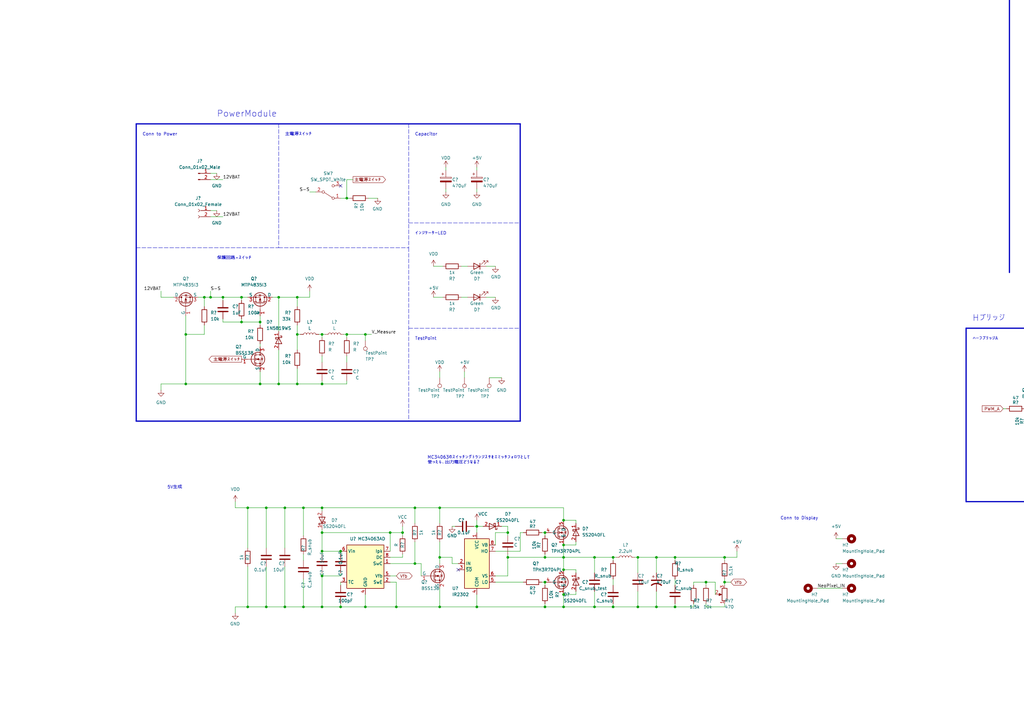
<source format=kicad_sch>
(kicad_sch (version 20211123) (generator eeschema)
  (paper "A3")
  (junction (at 109.22 208.28))
  (junction (at 132.08 218.44))
  (junction (at 121.92 121.92))
  (junction (at 297.18 228.6))
  (junction (at 297.18 238.76))
  (junction (at 231.14 233.68))
  (junction (at 500.38 182.88))
  (junction (at 106.68 157.48))
  (junction (at 208.28 218.44))
  (junction (at 109.22 248.92))
  (junction (at 223.52 228.6))
  (junction (at 83.82 121.92))
  (junction (at 231.14 213.36))
  (junction (at 195.58 215.9))
  (junction (at 114.3 121.92))
  (junction (at 510.54 152.4))
  (junction (at 142.24 137.16))
  (junction (at 195.58 248.92))
  (junction (at 162.56 248.92))
  (junction (at 261.62 248.92))
  (junction (at 132.08 248.92))
  (junction (at 261.62 228.6))
  (junction (at 86.36 121.92))
  (junction (at 518.16 172.72))
  (junction (at 124.46 248.92))
  (junction (at 139.7 226.06))
  (junction (at 106.68 132.08))
  (junction (at 99.06 121.92))
  (junction (at 490.22 172.72))
  (junction (at 429.26 177.8))
  (junction (at 121.92 137.16))
  (junction (at 149.86 137.16))
  (junction (at 101.6 208.28))
  (junction (at 139.7 248.92))
  (junction (at 289.56 238.76))
  (junction (at 91.44 121.92))
  (junction (at 243.84 228.6))
  (junction (at 76.2 137.16))
  (junction (at 429.26 172.72))
  (junction (at 223.52 238.76))
  (junction (at 76.2 157.48))
  (junction (at 208.28 228.6))
  (junction (at 132.08 157.48))
  (junction (at 480.06 152.4))
  (junction (at 500.38 162.56))
  (junction (at 170.18 231.14))
  (junction (at 223.52 248.92))
  (junction (at 160.02 218.44))
  (junction (at 429.26 162.56))
  (junction (at 276.86 248.92))
  (junction (at 444.5 154.94))
  (junction (at 116.84 248.92))
  (junction (at 116.84 208.28))
  (junction (at 251.46 228.6))
  (junction (at 142.24 81.28))
  (junction (at 170.18 208.28))
  (junction (at 132.08 226.06))
  (junction (at 165.1 218.44))
  (junction (at 180.34 248.92))
  (junction (at 269.24 228.6))
  (junction (at 243.84 248.92))
  (junction (at 114.3 157.48))
  (junction (at 149.86 248.92))
  (junction (at 269.24 248.92))
  (junction (at 251.46 248.92))
  (junction (at 180.34 228.6))
  (junction (at 231.14 228.6))
  (junction (at 490.22 160.02))
  (junction (at 500.38 172.72))
  (junction (at 231.14 243.84))
  (junction (at 276.86 228.6))
  (junction (at 180.34 208.28))
  (junction (at 132.08 137.16))
  (junction (at 510.54 172.72))
  (junction (at 231.14 248.92))
  (junction (at 99.06 132.08))
  (junction (at 121.92 157.48))
  (junction (at 459.74 167.64))
  (junction (at 124.46 208.28))
  (junction (at 231.14 223.52))
  (junction (at 510.54 193.04))
  (junction (at 223.52 218.44))
  (junction (at 421.64 167.64))
  (junction (at 132.08 236.22))
  (junction (at 132.08 208.28))
  (junction (at 101.6 248.92))
  (no_connect (at 187.96 233.68))
  (no_connect (at 139.7 76.2))
  (wire (pts (xy 189.23 121.92) (xy 191.77 121.92)))
  (wire (pts (xy 160.02 228.6) (xy 165.1 228.6)))
  (wire (pts (xy 518.16 158.75) (xy 518.16 152.4)))
  (wire (pts (xy 106.68 129.54) (xy 106.68 132.08)))
  (wire (pts (xy 203.2 218.44) (xy 203.2 223.52)))
  (wire (pts (xy 99.06 121.92) (xy 101.6 121.92)))
  (wire (pts (xy 236.22 214.63) (xy 236.22 213.36)))
  (wire (pts (xy 421.64 176.53) (xy 421.64 177.8)))
  (polyline (pts (xy 213.36 172.72) (xy 55.88 172.72)) (stroke (width 0.5) (type solid)))
  (wire (pts (xy 195.58 213.36) (xy 195.58 215.9)))
  (wire (pts (xy 251.46 237.49) (xy 251.46 240.03)))
  (wire (pts (xy 132.08 236.22) (xy 139.7 236.22)))
  (polyline (pts (xy 55.88 101.6) (xy 114.3 101.6)))
  (wire (pts (xy 76.2 157.48) (xy 106.68 157.48)))
  (wire (pts (xy 231.14 243.84) (xy 231.14 248.92)))
  (wire (pts (xy 459.74 167.64) (xy 472.44 167.64)))
  (polyline (pts (xy 414.02 -10.16) (xy 414.02 111.76)) (stroke (width 0.5) (type solid)))
  (wire (pts (xy 236.22 243.84) (xy 231.14 243.84)))
  (wire (pts (xy 276.86 228.6) (xy 297.18 228.6)))
  (wire (pts (xy 182.88 68.58) (xy 182.88 69.85)))
  (wire (pts (xy 251.46 248.92) (xy 261.62 248.92)))
  (wire (pts (xy 142.24 137.16) (xy 149.86 137.16)))
  (wire (pts (xy 231.14 223.52) (xy 231.14 228.6)))
  (wire (pts (xy 510.54 172.72) (xy 500.38 172.72)))
  (wire (pts (xy 480.06 152.4) (xy 481.33 152.4)))
  (wire (pts (xy 66.04 157.48) (xy 66.04 160.02)))
  (wire (pts (xy 132.08 226.06) (xy 132.08 227.33)))
  (wire (pts (xy 162.56 248.92) (xy 149.86 248.92)))
  (wire (pts (xy 269.24 248.92) (xy 269.24 242.57)))
  (wire (pts (xy 429.26 152.4) (xy 429.26 153.67)))
  (wire (pts (xy 487.68 175.26) (xy 490.22 175.26)))
  (wire (pts (xy 518.16 193.04) (xy 510.54 193.04)))
  (wire (pts (xy 459.74 167.64) (xy 459.74 168.91)))
  (wire (pts (xy 205.74 215.9) (xy 208.28 215.9)))
  (wire (pts (xy 189.23 109.22) (xy 191.77 109.22)))
  (wire (pts (xy 165.1 215.9) (xy 165.1 218.44)))
  (wire (pts (xy 276.86 229.87) (xy 276.86 228.6)))
  (wire (pts (xy 127 119.38) (xy 127 121.92)))
  (wire (pts (xy 160.02 236.22) (xy 162.56 236.22)))
  (wire (pts (xy 284.48 247.65) (xy 284.48 248.92)))
  (wire (pts (xy 177.8 109.22) (xy 181.61 109.22)))
  (wire (pts (xy 83.82 121.92) (xy 86.36 121.92)))
  (wire (pts (xy 142.24 157.48) (xy 132.08 157.48)))
  (wire (pts (xy 91.44 132.08) (xy 99.06 132.08)))
  (wire (pts (xy 411.48 167.64) (xy 412.75 167.64)))
  (wire (pts (xy 260.35 228.6) (xy 261.62 228.6)))
  (wire (pts (xy 101.6 208.28) (xy 109.22 208.28)))
  (wire (pts (xy 480.06 180.34) (xy 480.06 182.88)))
  (wire (pts (xy 132.08 146.05) (xy 132.08 148.59)))
  (wire (pts (xy 101.6 232.41) (xy 101.6 248.92)))
  (wire (pts (xy 177.8 121.92) (xy 181.61 121.92)))
  (wire (pts (xy 140.97 137.16) (xy 142.24 137.16)))
  (wire (pts (xy 195.58 68.58) (xy 195.58 69.85)))
  (wire (pts (xy 518.16 186.69) (xy 518.16 193.04)))
  (wire (pts (xy 182.88 77.47) (xy 182.88 78.74)))
  (wire (pts (xy 132.08 156.21) (xy 132.08 157.48)))
  (wire (pts (xy 243.84 234.95) (xy 243.84 228.6)))
  (wire (pts (xy 180.34 208.28) (xy 231.14 208.28)))
  (wire (pts (xy 130.81 137.16) (xy 132.08 137.16)))
  (wire (pts (xy 195.58 215.9) (xy 195.58 218.44)))
  (wire (pts (xy 445.77 154.94) (xy 444.5 154.94)))
  (wire (pts (xy 342.9 220.98) (xy 345.44 220.98)))
  (wire (pts (xy 490.22 172.72) (xy 487.68 172.72)))
  (wire (pts (xy 96.52 205.74) (xy 96.52 208.28)))
  (wire (pts (xy 121.92 137.16) (xy 121.92 143.51)))
  (wire (pts (xy 195.58 243.84) (xy 195.58 248.92)))
  (wire (pts (xy 490.22 152.4) (xy 490.22 160.02)))
  (wire (pts (xy 160.02 218.44) (xy 165.1 218.44)))
  (wire (pts (xy 276.86 247.65) (xy 276.86 248.92)))
  (wire (pts (xy 109.22 232.41) (xy 109.22 248.92)))
  (wire (pts (xy 444.5 177.8) (xy 444.5 180.34)))
  (wire (pts (xy 429.26 162.56) (xy 434.34 162.56)))
  (polyline (pts (xy 396.24 205.74) (xy 538.48 205.74)) (stroke (width 0.5) (type solid)))
  (wire (pts (xy 429.26 180.34) (xy 429.26 177.8)))
  (wire (pts (xy 500.38 171.45) (xy 500.38 172.72)))
  (polyline (pts (xy 396.24 134.62) (xy 538.48 134.62)) (stroke (width 0.5) (type solid)))
  (wire (pts (xy 480.06 149.86) (xy 480.06 152.4)))
  (polyline (pts (xy 213.36 172.72) (xy 213.36 50.8)) (stroke (width 0.5) (type solid)))
  (wire (pts (xy 142.24 156.21) (xy 142.24 157.48)))
  (wire (pts (xy 142.24 146.05) (xy 142.24 148.59)))
  (wire (pts (xy 269.24 228.6) (xy 269.24 234.95)))
  (wire (pts (xy 91.44 130.81) (xy 91.44 132.08)))
  (wire (pts (xy 132.08 226.06) (xy 139.7 226.06)))
  (wire (pts (xy 289.56 248.92) (xy 289.56 247.65)))
  (wire (pts (xy 500.38 182.88) (xy 500.38 184.15)))
  (wire (pts (xy 116.84 208.28) (xy 116.84 224.79)))
  (wire (pts (xy 86.36 88.9) (xy 91.44 88.9)))
  (wire (pts (xy 453.39 154.94) (xy 454.66 154.94)))
  (wire (pts (xy 208.28 218.44) (xy 208.28 219.71)))
  (wire (pts (xy 172.72 231.14) (xy 170.18 231.14)))
  (wire (pts (xy 114.3 143.51) (xy 114.3 157.48)))
  (wire (pts (xy 231.14 228.6) (xy 243.84 228.6)))
  (wire (pts (xy 86.36 71.12) (xy 88.9 71.12)))
  (wire (pts (xy 151.13 81.28) (xy 154.94 81.28)))
  (wire (pts (xy 186.69 215.9) (xy 185.42 215.9)))
  (wire (pts (xy 208.28 236.22) (xy 203.2 236.22)))
  (wire (pts (xy 289.56 238.76) (xy 289.56 240.03)))
  (wire (pts (xy 199.39 121.92) (xy 203.2 121.92)))
  (wire (pts (xy 208.28 227.33) (xy 208.28 228.6)))
  (wire (pts (xy 297.18 228.6) (xy 302.26 228.6)))
  (wire (pts (xy 500.38 182.88) (xy 502.92 182.88)))
  (wire (pts (xy 194.31 215.9) (xy 195.58 215.9)))
  (wire (pts (xy 510.54 152.4) (xy 510.54 157.48)))
  (wire (pts (xy 91.44 121.92) (xy 91.44 123.19)))
  (wire (pts (xy 109.22 248.92) (xy 116.84 248.92)))
  (wire (pts (xy 132.08 236.22) (xy 132.08 234.95)))
  (wire (pts (xy 185.42 228.6) (xy 180.34 228.6)))
  (wire (pts (xy 165.1 228.6) (xy 165.1 227.33)))
  (wire (pts (xy 139.7 248.92) (xy 149.86 248.92)))
  (wire (pts (xy 251.46 229.87) (xy 251.46 228.6)))
  (wire (pts (xy 297.18 238.76) (xy 299.72 238.76)))
  (wire (pts (xy 269.24 248.92) (xy 276.86 248.92)))
  (wire (pts (xy 490.22 175.26) (xy 490.22 182.88)))
  (polyline (pts (xy 55.88 172.72) (xy 55.88 50.8)) (stroke (width 0.5) (type solid)))
  (wire (pts (xy 499.11 162.56) (xy 500.38 162.56)))
  (wire (pts (xy 160.02 226.06) (xy 160.02 218.44)))
  (wire (pts (xy 142.24 81.28) (xy 143.51 81.28)))
  (wire (pts (xy 195.58 215.9) (xy 198.12 215.9)))
  (polyline (pts (xy 114.3 101.6) (xy 167.64 101.6)))
  (wire (pts (xy 91.44 121.92) (xy 99.06 121.92)))
  (wire (pts (xy 500.38 172.72) (xy 490.22 172.72)))
  (wire (pts (xy 490.22 160.02) (xy 487.68 160.02)))
  (wire (pts (xy 121.92 137.16) (xy 123.19 137.16)))
  (wire (pts (xy 459.74 176.53) (xy 459.74 177.8)))
  (wire (pts (xy 284.48 238.76) (xy 284.48 240.03)))
  (wire (pts (xy 124.46 227.33) (xy 124.46 229.87)))
  (wire (pts (xy 251.46 247.65) (xy 251.46 248.92)))
  (wire (pts (xy 139.7 81.28) (xy 142.24 81.28)))
  (wire (pts (xy 116.84 232.41) (xy 116.84 248.92)))
  (wire (pts (xy 421.64 167.64) (xy 421.64 168.91)))
  (wire (pts (xy 180.34 228.6) (xy 180.34 231.14)))
  (wire (pts (xy 106.68 132.08) (xy 106.68 133.35)))
  (wire (pts (xy 469.9 152.4) (xy 480.06 152.4)))
  (wire (pts (xy 132.08 248.92) (xy 139.7 248.92)))
  (polyline (pts (xy 167.64 91.44) (xy 213.36 91.44)))
  (wire (pts (xy 269.24 228.6) (xy 276.86 228.6)))
  (wire (pts (xy 114.3 157.48) (xy 121.92 157.48)))
  (wire (pts (xy 116.84 248.92) (xy 124.46 248.92)))
  (wire (pts (xy 236.22 233.68) (xy 231.14 233.68)))
  (wire (pts (xy 180.34 214.63) (xy 180.34 208.28)))
  (wire (pts (xy 500.38 193.04) (xy 510.54 193.04)))
  (wire (pts (xy 149.86 137.16) (xy 152.4 137.16)))
  (wire (pts (xy 121.92 121.92) (xy 121.92 125.73)))
  (wire (pts (xy 289.56 248.92) (xy 297.18 248.92)))
  (wire (pts (xy 518.16 172.72) (xy 510.54 172.72)))
  (wire (pts (xy 251.46 228.6) (xy 252.73 228.6)))
  (wire (pts (xy 510.54 193.04) (xy 510.54 195.58)))
  (wire (pts (xy 223.52 248.92) (xy 231.14 248.92)))
  (wire (pts (xy 132.08 218.44) (xy 132.08 226.06)))
  (wire (pts (xy 111.76 121.92) (xy 114.3 121.92)))
  (wire (pts (xy 208.28 218.44) (xy 203.2 218.44)))
  (wire (pts (xy 500.38 191.77) (xy 500.38 193.04)))
  (wire (pts (xy 261.62 248.92) (xy 269.24 248.92)))
  (wire (pts (xy 106.68 140.97) (xy 106.68 142.24)))
  (wire (pts (xy 302.26 226.06) (xy 302.26 228.6)))
  (wire (pts (xy 480.06 152.4) (xy 480.06 154.94)))
  (wire (pts (xy 106.68 157.48) (xy 114.3 157.48)))
  (wire (pts (xy 243.84 248.92) (xy 251.46 248.92)))
  (wire (pts (xy 499.11 182.88) (xy 500.38 182.88)))
  (wire (pts (xy 124.46 208.28) (xy 132.08 208.28)))
  (wire (pts (xy 208.28 215.9) (xy 208.28 218.44)))
  (wire (pts (xy 231.14 228.6) (xy 231.14 233.68)))
  (wire (pts (xy 121.92 133.35) (xy 121.92 137.16)))
  (wire (pts (xy 293.37 238.76) (xy 293.37 243.84)))
  (wire (pts (xy 132.08 236.22) (xy 132.08 248.92)))
  (wire (pts (xy 96.52 248.92) (xy 96.52 251.46)))
  (wire (pts (xy 236.22 242.57) (xy 236.22 243.84)))
  (wire (pts (xy 510.54 149.86) (xy 510.54 152.4)))
  (wire (pts (xy 83.82 137.16) (xy 76.2 137.16)))
  (wire (pts (xy 180.34 222.25) (xy 180.34 228.6)))
  (wire (pts (xy 297.18 237.49) (xy 297.18 238.76)))
  (wire (pts (xy 132.08 208.28) (xy 170.18 208.28)))
  (wire (pts (xy 208.28 228.6) (xy 223.52 228.6)))
  (wire (pts (xy 454.66 167.64) (xy 459.74 167.64)))
  (wire (pts (xy 223.52 218.44) (xy 223.52 219.71)))
  (wire (pts (xy 86.36 119.38) (xy 86.36 121.92)))
  (wire (pts (xy 81.28 121.92) (xy 83.82 121.92)))
  (wire (pts (xy 200.66 154.94) (xy 205.74 154.94)))
  (wire (pts (xy 518.16 152.4) (xy 510.54 152.4)))
  (wire (pts (xy 127 121.92) (xy 121.92 121.92)))
  (wire (pts (xy 106.68 152.4) (xy 106.68 157.48)))
  (wire (pts (xy 208.28 236.22) (xy 208.28 228.6)))
  (wire (pts (xy 243.84 242.57) (xy 243.84 248.92)))
  (wire (pts (xy 76.2 129.54) (xy 76.2 137.16)))
  (wire (pts (xy 236.22 223.52) (xy 231.14 223.52)))
  (wire (pts (xy 139.7 247.65) (xy 139.7 248.92)))
  (wire (pts (xy 444.5 154.94) (xy 444.5 152.4)))
  (polyline (pts (xy 167.64 101.6) (xy 167.64 172.72)))
  (wire (pts (xy 144.78 73.66) (xy 142.24 73.66)))
  (wire (pts (xy 518.16 172.72) (xy 518.16 179.07)))
  (wire (pts (xy 142.24 73.66) (xy 142.24 81.28)))
  (wire (pts (xy 429.26 172.72) (xy 434.34 172.72)))
  (wire (pts (xy 170.18 222.25) (xy 170.18 231.14)))
  (wire (pts (xy 289.56 238.76) (xy 293.37 238.76)))
  (wire (pts (xy 195.58 77.47) (xy 195.58 78.74)))
  (wire (pts (xy 261.62 228.6) (xy 261.62 234.95)))
  (wire (pts (xy 335.28 241.3) (xy 345.44 241.3)))
  (wire (pts (xy 297.18 238.76) (xy 297.18 240.03)))
  (wire (pts (xy 190.5 152.4) (xy 190.5 154.94)))
  (wire (pts (xy 214.63 218.44) (xy 213.36 218.44)))
  (wire (pts (xy 223.52 227.33) (xy 223.52 228.6)))
  (polyline (pts (xy 55.88 50.8) (xy 213.36 50.8)) (stroke (width 0.5) (type solid)))
  (wire (pts (xy 236.22 222.25) (xy 236.22 223.52)))
  (wire (pts (xy 124.46 237.49) (xy 124.46 248.92)))
  (wire (pts (xy 297.18 247.65) (xy 297.18 248.92)))
  (wire (pts (xy 170.18 208.28) (xy 180.34 208.28)))
  (wire (pts (xy 487.68 162.56) (xy 491.49 162.56)))
  (wire (pts (xy 170.18 214.63) (xy 170.18 208.28)))
  (wire (pts (xy 518.16 166.37) (xy 518.16 172.72)))
  (wire (pts (xy 160.02 231.14) (xy 170.18 231.14)))
  (wire (pts (xy 469.9 161.29) (xy 469.9 162.56)))
  (wire (pts (xy 114.3 121.92) (xy 121.92 121.92)))
  (wire (pts (xy 185.42 231.14) (xy 185.42 228.6)))
  (wire (pts (xy 99.06 130.81) (xy 99.06 132.08)))
  (wire (pts (xy 86.36 86.36) (xy 88.9 86.36)))
  (wire (pts (xy 223.52 247.65) (xy 223.52 248.92)))
  (wire (pts (xy 149.86 243.84) (xy 149.86 248.92)))
  (wire (pts (xy 199.39 109.22) (xy 203.2 109.22)))
  (wire (pts (xy 261.62 242.57) (xy 261.62 248.92)))
  (wire (pts (xy 429.26 161.29) (xy 429.26 162.56)))
  (wire (pts (xy 276.86 248.92) (xy 284.48 248.92)))
  (wire (pts (xy 86.36 73.66) (xy 91.44 73.66)))
  (wire (pts (xy 96.52 208.28) (xy 101.6 208.28)))
  (wire (pts (xy 165.1 219.71) (xy 165.1 218.44)))
  (wire (pts (xy 180.34 248.92) (xy 162.56 248.92)))
  (wire (pts (xy 223.52 238.76) (xy 223.52 240.03)))
  (wire (pts (xy 132.08 217.17) (xy 132.08 218.44)))
  (polyline (pts (xy 114.3 50.8) (xy 114.3 101.6)))
  (wire (pts (xy 231.14 208.28) (xy 231.14 213.36)))
  (wire (pts (xy 99.06 132.08) (xy 106.68 132.08)))
  (wire (pts (xy 109.22 208.28) (xy 109.22 224.79)))
  (wire (pts (xy 124.46 248.92) (xy 132.08 248.92)))
  (wire (pts (xy 76.2 157.48) (xy 66.04 157.48)))
  (wire (pts (xy 195.58 248.92) (xy 180.34 248.92)))
  (wire (pts (xy 261.62 228.6) (xy 269.24 228.6)))
  (wire (pts (xy 195.58 248.92) (xy 223.52 248.92)))
  (wire (pts (xy 96.52 248.92) (xy 101.6 248.92)))
  (wire (pts (xy 149.86 139.7) (xy 149.86 137.16)))
  (wire (pts (xy 180.34 152.4) (xy 180.34 154.94)))
  (wire (pts (xy 66.04 121.92) (xy 71.12 121.92)))
  (wire (pts (xy 490.22 171.45) (xy 490.22 172.72)))
  (wire (pts (xy 469.9 153.67) (xy 469.9 152.4)))
  (wire (pts (xy 132.08 218.44) (xy 160.02 218.44)))
  (wire (pts (xy 223.52 238.76) (xy 222.25 238.76)))
  (wire (pts (xy 490.22 160.02) (xy 490.22 163.83)))
  (wire (pts (xy 420.37 167.64) (xy 421.64 167.64)))
  (wire (pts (xy 83.82 121.92) (xy 83.82 125.73)))
  (wire (pts (xy 231.14 248.92) (xy 243.84 248.92)))
  (wire (pts (xy 139.7 238.76) (xy 139.7 240.03)))
  (polyline (pts (xy 396.24 134.62) (xy 396.24 205.74)) (stroke (width 0.5) (type solid)))
  (wire (pts (xy 86.36 121.92) (xy 91.44 121.92)))
  (wire (pts (xy 510.54 172.72) (xy 510.54 177.8)))
  (wire (pts (xy 213.36 226.06) (xy 203.2 226.06)))
  (wire (pts (xy 236.22 213.36) (xy 231.14 213.36)))
  (wire (pts (xy 66.04 119.38) (xy 66.04 121.92)))
  (wire (pts (xy 518.16 172.72) (xy 523.24 172.72)))
  (wire (pts (xy 139.7 234.95) (xy 139.7 236.22)))
  (wire (pts (xy 490.22 182.88) (xy 491.49 182.88)))
  (wire (pts (xy 114.3 121.92) (xy 114.3 135.89)))
  (wire (pts (xy 127 78.74) (xy 129.54 78.74)))
  (polyline (pts (xy 167.64 134.62) (xy 213.36 134.62)))
  (wire (pts (xy 213.36 218.44) (xy 213.36 226.06)))
  (wire (pts (xy 132.08 137.16) (xy 132.08 138.43)))
  (wire (pts (xy 421.64 177.8) (xy 429.26 177.8)))
  (wire (pts (xy 297.18 229.87) (xy 297.18 228.6)))
  (wire (pts (xy 121.92 151.13) (xy 121.92 157.48)))
  (wire (pts (xy 500.38 162.56) (xy 502.92 162.56)))
  (wire (pts (xy 142.24 137.16) (xy 142.24 138.43)))
  (polyline (pts (xy 167.64 50.8) (xy 167.64 101.6)))
  (wire (pts (xy 160.02 238.76) (xy 162.56 238.76)))
  (wire (pts (xy 243.84 228.6) (xy 251.46 228.6)))
  (wire (pts (xy 124.46 208.28) (xy 124.46 219.71)))
  (wire (pts (xy 429.26 172.72) (xy 429.26 177.8)))
  (wire (pts (xy 162.56 238.76) (xy 162.56 248.92)))
  (wire (pts (xy 99.06 121.92) (xy 99.06 123.19)))
  (wire (pts (xy 510.54 167.64) (xy 510.54 172.72)))
  (wire (pts (xy 222.25 218.44) (xy 223.52 218.44)))
  (wire (pts (xy 83.82 133.35) (xy 83.82 137.16)))
  (wire (pts (xy 500.38 162.56) (xy 500.38 163.83)))
  (wire (pts (xy 116.84 208.28) (xy 124.46 208.28)))
  (wire (pts (xy 203.2 238.76) (xy 214.63 238.76)))
  (wire (pts (xy 76.2 137.16) (xy 76.2 157.48)))
  (wire (pts (xy 132.08 208.28) (xy 132.08 209.55)))
  (wire (pts (xy 180.34 241.3) (xy 180.34 248.92)))
  (wire (pts (xy 109.22 208.28) (xy 116.84 208.28)))
  (wire (pts (xy 342.9 231.14) (xy 345.44 231.14)))
  (wire (pts (xy 231.14 228.6) (xy 223.52 228.6)))
  (wire (pts (xy 139.7 227.33) (xy 139.7 226.06)))
  (wire (pts (xy 172.72 231.14) (xy 172.72 236.22)))
  (wire (pts (xy 469.9 170.18) (xy 472.44 170.18)))
  (wire (pts (xy 187.96 231.14) (xy 185.42 231.14)))
  (wire (pts (xy 488.95 152.4) (xy 490.22 152.4)))
  (wire (pts (xy 236.22 234.95) (xy 236.22 233.68)))
  (wire (pts (xy 444.5 154.94) (xy 444.5 157.48)))
  (wire (pts (xy 132.08 137.16) (xy 133.35 137.16)))
  (wire (pts (xy 101.6 248.92) (xy 109.22 248.92)))
  (wire (pts (xy 132.08 157.48) (xy 121.92 157.48)))
  (wire (pts (xy 510.54 187.96) (xy 510.54 193.04)))
  (wire (pts (xy 284.48 238.76) (xy 289.56 238.76)))
  (wire (pts (xy 276.86 237.49) (xy 276.86 240.03)))
  (wire (pts (xy 101.6 208.28) (xy 101.6 224.79)))
  (text "TestPoint" (at 170.18 139.7 0) (effects (font (size 1.27 1.27)) (justify left bottom)))
  (text "MC34063のスイッチングトランジスタをエミッタフォロワとして\n使ったら、出力電圧どうなる？" (at 175.26 190.5 0) (effects (font (size 1.27 1.27)) (justify left bottom)))
  (text "Capacitor" (at 170.18 55.88 0) (effects (font (size 1.27 1.27)) (justify left bottom)))
  (text "Conn to Power" (at 58.42 55.88 0) (effects (font (size 1.27 1.27)) (justify left bottom)))
  (text "5V生成" (at 68.58 200.66 0) (effects (font (size 1.27 1.27)) (justify left bottom)))
  (text "Conn to Display" (at 320.04 213.36 0) (effects (font (size 1.27 1.27)) (justify left bottom)))
  (text "PowerModule" (at 88.9 48.26 0) (effects (font (size 2.54 2.54)) (justify left bottom)))
  (text "主電源スイッチ" (at 116.84 55.88 0) (effects (font (size 1.27 1.27)) (justify left bottom)))
  (text "ハーフブリッジA" (at 398.78 139.7 0) (effects (font (size 1.27 1.27)) (justify left bottom)))
  (text "インジケーターLED" (at 170.18 96.52 0) (effects (font (size 1.27 1.27)) (justify left bottom)))
  (text "保護回路・スイッチ" (at 88.9 106.68 0) (effects (font (size 1.27 1.27)) (justify left bottom)))
  (text "Hブリッジ" (at 398.78 132.08 0) (effects (font (size 2.54 2.54)) (justify left bottom)))
  (label "S-S" (at 127 78.74 180))
  (label "NeoPixel_IN" (at 335.28 241.3 0))
  (label "V_Measure" (at 152.4 137.16 0))
  (label "12VBAT" (at 91.44 88.9 0))
  (label "12VBAT" (at 91.44 73.66 0))
  (label "12VBAT" (at 66.04 119.38 180))
  (label "S-S" (at 86.36 119.38 0))
  (global_label "Vfb" (shape bidirectional) (at 162.56 236.22 0) (property "Intersheet References" "${INTERSHEET_REFS}" (effects hide)))
  (global_label "PWM_A" (shape input) (at 411.48 167.64 180) (property "Intersheet References" "${INTERSHEET_REFS}" (effects hide)))
  (global_label "Vfb" (shape bidirectional) (at 299.72 238.76 0) (property "Intersheet References" "${INTERSHEET_REFS}" (effects hide)))
  (global_label "SHDN" (shape input) (at 469.9 170.18 180) (property "Intersheet References" "${INTERSHEET_REFS}" (effects hide)))
  (global_label "Motor_A" (shape input) (at 523.24 172.72 0) (property "Intersheet References" "${INTERSHEET_REFS}" (effects hide)))
  (global_label "主電源スイッチ" (shape output) (at 99.06 147.32 180) (property "Intersheet References" "${INTERSHEET_REFS}" (effects hide)))
  (global_label "主電源スイッチ" (shape output) (at 144.78 73.66 0) (property "Intersheet References" "${INTERSHEET_REFS}" (effects hide)))
  (symbol (lib_id "power:VDD") (at 182.88 68.58 0) (unit 1)
    (property "Reference" "#PWR?" (effects hide))
    (property "Value" "VDD" (at 182.88 64.77 0))
  )
  (symbol (lib_id "Transistor_FET:FDMS8050") (at 508 182.88 0) (unit 1)
    (property "Reference" "Q?" (at 497.84 177.8 0) (effects (justify left)))
    (property "Value" "TPH3R704PL" (at 497.84 180.34 0) (effects (justify left)))
    (property "Footprint" "SOP-Advance-8:SOP-Advance" (effects hide))
    (property "Datasheet" "https://www.onsemi.com/pub/Collateral/FDMS8050-D.pdf" (effects hide))
  )
  (symbol (lib_id "Device:R") (at 500.38 187.96 180) (unit 1)
    (property "Reference" "R?" (at 505.46 187.96 90))
    (property "Value" "10k" (at 502.92 187.96 90))
    (property "Footprint" "Resistor_SMD:R_0402_1005Metric" (effects hide))
  )
  (symbol (lib_id "power:GND") (at 185.42 215.9 0) (unit 1)
    (property "Reference" "#PWR?" (effects hide))
    (property "Value" "GND" (at 185.42 219.71 0))
  )
  (symbol (lib_id "Device:L") (at 137.16 137.16 270) (mirror x) (unit 1)
    (property "Reference" "L?" (at 137.16 132.08 90))
    (property "Value" "L" (at 137.16 134.62 90))
  )
  (symbol (lib_id "power:GND") (at 88.9 86.36 0) (unit 1)
    (property "Reference" "#PWR?" (effects hide))
    (property "Value" "GND" (at 88.9 91.44 0))
  )
  (symbol (lib_id "Device:C") (at 490.22 167.64 0) (unit 1)
    (property "Reference" "C?" (at 492.76 165.1 0) (effects (justify left)))
    (property "Value" "C" (at 492.76 167.64 0) (effects (justify left)))
    (property "Footprint" "Capacitor_SMD:C_1210_3225Metric_Pad1.33x2.70mm_HandSolder" (effects hide))
  )
  (symbol (lib_id "power:GND") (at 203.2 109.22 0) (mirror y) (unit 1)
    (property "Reference" "#PWR?" (effects hide))
    (property "Value" "GND" (at 203.3905 113.5507 0))
  )
  (symbol (lib_id "power:VDD") (at 127 119.38 0) (unit 1)
    (property "Reference" "#PWR?" (effects hide))
    (property "Value" "VDD" (at 127 114.3 0))
  )
  (symbol (lib_id "Device:C") (at 251.46 243.84 0) (mirror x) (unit 1)
    (property "Reference" "C?" (at 248.92 243.84 0) (effects (justify right)))
    (property "Value" "C_snub" (at 251.46 246.38 0) (effects (justify right)))
    (property "Footprint" "Capacitor_SMD:C_0603_1608Metric" (effects hide))
  )
  (symbol (lib_id "power:Vdrive") (at 510.54 149.86 0) (unit 1)
    (property "Reference" "#PWR?" (effects hide))
    (property "Value" "Vdrive" (at 510.54 144.78 0))
  )
  (symbol (lib_name "D_Schottky_1") (lib_id "Device:D_Schottky") (at 114.3 139.7 270) (unit 1)
    (property "Reference" "D?" (at 109.22 132.08 90) (effects (justify left)))
    (property "Value" "1N5819WS" (at 109.22 134.62 90) (effects (justify left)))
    (property "Footprint" "Diode_SMD:D_SOD-323_HandSoldering" (effects hide))
  )
  (symbol (lib_id "Device:L") (at 127 137.16 270) (mirror x) (unit 1)
    (property "Reference" "L?" (at 127 132.08 90))
    (property "Value" "L" (at 127 134.62 90))
  )
  (symbol (lib_id "Device:D_Schottky") (at 236.22 218.44 270) (unit 1)
    (property "Reference" "D?" (at 238.76 216.8524 90) (effects (justify left)))
    (property "Value" "SS2040FL" (at 238.76 219.3924 90) (effects (justify left)))
    (property "Footprint" "Diode_SMD:D_SOD-123" (effects hide))
  )
  (symbol (lib_name "Q_NMOS_GSD_1") (lib_id "Device:Q_NMOS_GSD") (at 177.8 236.22 0) (unit 1)
    (property "Reference" "Q?" (at 172.72 238.76 0) (effects (justify left)))
    (property "Value" "BSS138" (at 172.72 241.3 0) (effects (justify left)))
    (property "Footprint" "Package_TO_SOT_SMD:SOT-23" (effects hide))
  )
  (symbol (lib_id "Switch:SW_SPDT") (at 134.62 78.74 0) (mirror x) (unit 1)
    (property "Reference" "SW?" (at 134.62 71.12 0))
    (property "Value" "SW_SPDT_White" (at 134.62 73.66 0))
    (property "Footprint" "Slide_Switch:SW_Slide_SPDT_White" (effects hide))
  )
  (symbol (lib_id "Device:R") (at 421.64 172.72 180) (unit 1)
    (property "Reference" "R?" (at 419.1 172.72 90))
    (property "Value" "10k" (at 417.195 172.72 90))
    (property "Footprint" "Resistor_SMD:R_0402_1005Metric" (effects hide))
  )
  (symbol (lib_id "Device:R") (at 284.48 243.84 180) (unit 1)
    (property "Reference" "R?" (at 287.02 246.38 0) (effects (justify left)))
    (property "Value" "1.5k" (at 287.02 248.92 0) (effects (justify left)))
    (property "Footprint" "Resistor_SMD:R_0603_1608Metric" (effects hide))
  )
  (symbol (lib_id "Device:R") (at 495.3 182.88 90) (unit 1)
    (property "Reference" "R?" (at 495.3 180.34 90))
    (property "Value" "47" (at 495.3 178.435 90))
    (property "Footprint" "Resistor_SMD:R_0603_1608Metric" (effects hide))
  )
  (symbol (lib_id "Isolator:TLP2761") (at 444.5 167.64 0) (unit 1)
    (property "Reference" "U?" (at 449.58 177.8 0))
    (property "Value" "TLP2361" (at 449.58 180.34 0))
    (property "Footprint" "Package_SO:SO-6_4.4x3.6mm_P1.27mm" (effects hide))
    (property "Datasheet" "https://toshiba.semicon-storage.com/info/docget.jsp?did=28819&prodName=TLP2761" (effects hide))
  )
  (symbol (lib_id "power:GND") (at 88.9 71.12 0) (unit 1)
    (property "Reference" "#PWR?" (effects hide))
    (property "Value" "GND" (at 88.9 76.2 0))
  )
  (symbol (lib_id "power:GND") (at 203.2 121.92 0) (mirror y) (unit 1)
    (property "Reference" "#PWR?" (effects hide))
    (property "Value" "GND" (at 203.3905 126.2507 0))
  )
  (symbol (lib_id "power:+3.3V") (at 429.26 152.4 0) (unit 1)
    (property "Reference" "#PWR?" (effects hide))
    (property "Value" "+3.3V" (at 431.8 147.32 0))
  )
  (symbol (lib_id "Device:R") (at 185.42 121.92 270) (mirror x) (unit 1)
    (property "Reference" "R?" (at 185.42 127 90))
    (property "Value" "1k" (at 185.42 124.46 90))
    (property "Footprint" "Resistor_SMD:R_0402_1005Metric" (effects hide))
  )
  (symbol (lib_id "power:VCC") (at 165.1 215.9 0) (unit 1)
    (property "Reference" "#PWR?" (effects hide))
    (property "Value" "VCC" (at 165.1 212.09 0))
  )
  (symbol (lib_id "Device:C") (at 142.24 152.4 0) (mirror x) (unit 1)
    (property "Reference" "C?" (at 147.32 152.4 0) (effects (justify right)))
    (property "Value" "C" (at 147.32 154.94 0) (effects (justify right)))
    (property "Footprint" "Capacitor_SMD:C_0603_1608Metric" (effects hide))
  )
  (symbol (lib_id "Device:D_Schottky") (at 132.08 213.36 90) (unit 1)
    (property "Reference" "D?" (at 137.16 213.36 90))
    (property "Value" "SS2040FL" (at 137.16 215.9 90))
    (property "Footprint" "Diode_SMD:D_SOD-123" (effects hide))
  )
  (symbol (lib_id "power:GND") (at 342.9 231.14 0) (unit 1)
    (property "Reference" "#PWR?" (effects hide))
    (property "Value" "GND" (at 342.9 236.22 0))
  )
  (symbol (lib_id "power:+5V") (at 190.5 152.4 0) (mirror y) (unit 1)
    (property "Reference" "#PWR?" (effects hide))
    (property "Value" "+5V" (at 190.5 148.59 0))
  )
  (symbol (lib_id "Mechanical:MountingHole_Pad") (at 347.98 220.98 270) (unit 1)
    (property "Reference" "H?" (at 345.44 223.52 90) (effects (justify left)))
    (property "Value" "MountingHole_Pad" (at 345.44 226.06 90) (effects (justify left)))
    (property "Footprint" "TestPoint:TestPoint_THTPad_D3.0mm_Drill1.5mm" (effects hide))
  )
  (symbol (lib_id "Device:R") (at 495.3 162.56 90) (unit 1)
    (property "Reference" "R?" (at 495.3 160.02 90))
    (property "Value" "47" (at 495.3 158.115 90))
    (property "Footprint" "Resistor_SMD:R_0603_1608Metric" (effects hide))
  )
  (symbol (lib_id "Device:C") (at 132.08 231.14 0) (mirror y) (unit 1)
    (property "Reference" "C?" (at 132.08 236.22 90) (effects (justify left)))
    (property "Value" "10uF" (at 132.08 231.14 90) (effects (justify left)))
    (property "Footprint" "Capacitor_SMD:C_0805_2012Metric" (effects hide))
  )
  (symbol (lib_id "Device:R") (at 459.74 172.72 180) (unit 1)
    (property "Reference" "R?" (at 457.2 172.72 90))
    (property "Value" "10k" (at 455.295 172.72 90))
    (property "Footprint" "Resistor_SMD:R_0402_1005Metric" (effects hide))
  )
  (symbol (lib_id "Driver_FET:IR2302") (at 195.58 231.14 0) (unit 1)
    (property "Reference" "U?" (at 185.42 241.3 0) (effects (justify left)))
    (property "Value" "IR2302" (at 185.42 243.84 0) (effects (justify left)))
    (property "Footprint" "Package_SO:SOP-8_3.9x4.9mm_P1.27mm" (effects hide))
    (property "Datasheet" "https://www.infineon.com/dgdl/ir2302.pdf?fileId=5546d462533600a4015355c988b216de" (effects hide))
  )
  (symbol (lib_id "Device:R") (at 429.26 157.48 0) (unit 1)
    (property "Reference" "R?" (at 431.8 157.48 90))
    (property "Value" "470" (at 433.705 157.48 90))
    (property "Footprint" "Resistor_SMD:R_0402_1005Metric" (effects hide))
  )
  (symbol (lib_id "Connector:TestPoint") (at 190.5 154.94 180) (unit 1)
    (property "Reference" "TP?" (at 190.5 162.56 0) (effects (justify left)))
    (property "Value" "TestPoint" (at 190.5 160.02 0) (effects (justify left)))
    (property "Footprint" "TestPoint:TestPoint_THTPad_D2.0mm_Drill1.0mm" (effects hide))
  )
  (symbol (lib_id "power:GND") (at 480.06 182.88 0) (unit 1)
    (property "Reference" "#PWR?" (effects hide))
    (property "Value" "GND" (at 480.06 186.69 0))
  )
  (symbol (lib_id "Device:D_Schottky") (at 236.22 238.76 270) (unit 1)
    (property "Reference" "D?" (at 231.14 243.84 90) (effects (justify left)))
    (property "Value" "SS2040FL" (at 231.14 246.38 90) (effects (justify left)))
    (property "Footprint" "Diode_SMD:D_SOD-123" (effects hide))
  )
  (symbol (lib_id "Connector:Conn_01x02_Male") (at 81.28 71.12 0) (unit 1)
    (property "Reference" "J?" (at 81.915 66.04 0))
    (property "Value" "Conn_01x02_Male" (at 81.915 68.58 0))
    (property "Footprint" "Connector_AMASS:AMASS_XT30PW-M_1x02_P2.50mm_Horizontal" (effects hide))
  )
  (symbol (lib_id "Device:C") (at 132.08 152.4 0) (mirror x) (unit 1)
    (property "Reference" "C?" (at 137.16 152.4 0) (effects (justify right)))
    (property "Value" "C" (at 137.16 154.94 0) (effects (justify right)))
    (property "Footprint" "Capacitor_SMD:C_0603_1608Metric" (effects hide))
  )
  (symbol (lib_id "Device:D_Schottky") (at 201.93 215.9 180) (unit 1)
    (property "Reference" "D?" (at 208.28 210.82 0))
    (property "Value" "SS2040FL" (at 208.28 213.36 0))
    (property "Footprint" "Diode_SMD:D_SOD-123" (effects hide))
  )
  (symbol (lib_id "Mechanical:MountingHole_Pad") (at 347.98 241.3 270) (unit 1)
    (property "Reference" "H?" (at 345.44 243.84 90) (effects (justify left)))
    (property "Value" "MountingHole_Pad" (at 345.44 246.38 90) (effects (justify left)))
    (property "Footprint" "TestPoint:TestPoint_THTPad_D3.0mm_Drill1.5mm" (effects hide))
  )
  (symbol (lib_id "Connector:TestPoint") (at 180.34 154.94 180) (unit 1)
    (property "Reference" "TP?" (at 180.34 162.56 0) (effects (justify left)))
    (property "Value" "TestPoint" (at 180.34 160.02 0) (effects (justify left)))
    (property "Footprint" "TestPoint:TestPoint_THTPad_D2.0mm_Drill1.0mm" (effects hide))
  )
  (symbol (lib_id "power:GND") (at 454.66 154.94 0) (unit 1)
    (property "Reference" "#PWR?" (effects hide))
    (property "Value" "GND" (at 454.66 158.75 0))
  )
  (symbol (lib_id "power:GND") (at 444.5 180.34 0) (unit 1)
    (property "Reference" "#PWR?" (effects hide))
    (property "Value" "GND" (at 444.5 184.15 0))
  )
  (symbol (lib_id "power:VCC") (at 195.58 213.36 0) (unit 1)
    (property "Reference" "#PWR?" (effects hide))
    (property "Value" "VCC" (at 198.12 210.82 0))
  )
  (symbol (lib_id "power:GND") (at 96.52 251.46 0) (mirror y) (unit 1)
    (property "Reference" "#PWR?" (effects hide))
    (property "Value" "GND" (at 96.393 255.8542 0))
  )
  (symbol (lib_id "power:GND") (at 154.94 81.28 0) (mirror y) (unit 1)
    (property "Reference" "#PWR?" (effects hide))
    (property "Value" "GND" (at 154.813 85.6742 0))
  )
  (symbol (lib_id "Connector:TestPoint") (at 200.66 154.94 180) (unit 1)
    (property "Reference" "TP?" (at 200.66 162.56 0) (effects (justify left)))
    (property "Value" "TestPoint" (at 200.66 160.02 0) (effects (justify left)))
    (property "Footprint" "TestPoint:TestPoint_THTPad_D2.0mm_Drill1.0mm" (effects hide))
  )
  (symbol (lib_id "Mechanical:MountingHole_Pad") (at 347.98 231.14 270) (unit 1)
    (property "Reference" "H?" (at 345.44 233.68 90) (effects (justify left)))
    (property "Value" "MountingHole_Pad" (at 345.44 236.22 90) (effects (justify left)))
    (property "Footprint" "TestPoint:TestPoint_THTPad_D3.0mm_Drill1.5mm" (effects hide))
  )
  (symbol (lib_id "power:GND") (at 205.74 154.94 0) (unit 1)
    (property "Reference" "#PWR?" (effects hide))
    (property "Value" "GND" (at 205.74 160.02 0))
  )
  (symbol (lib_id "power:+5V") (at 195.58 68.58 0) (unit 1)
    (property "Reference" "#PWR?" (effects hide))
    (property "Value" "+5V" (at 195.58 64.77 0))
  )
  (symbol (lib_id "Device:C") (at 139.7 231.14 0) (mirror x) (unit 1)
    (property "Reference" "C?" (at 139.7 233.68 90) (effects (justify left)))
    (property "Value" "0.1uF" (at 139.7 226.06 90) (effects (justify left)))
    (property "Footprint" "Capacitor_SMD:C_0402_1005Metric" (effects hide))
  )
  (symbol (lib_id "Transistor_FET:FDMS8050") (at 228.6 218.44 0) (unit 1)
    (property "Reference" "Q?" (at 226.06 223.52 0) (effects (justify left)))
    (property "Value" "TPH3R704PL" (at 226.06 226.06 0) (effects (justify left)))
    (property "Footprint" "SOP-Advance-8:SOP-Advance" (effects hide))
    (property "Datasheet" "https://www.onsemi.com/pub/Collateral/FDMS8050-D.pdf" (effects hide))
  )
  (symbol (lib_id "Device:LED") (at 195.58 121.92 180) (unit 1)
    (property "Reference" "D?" (at 195.58 127 0))
    (property "Value" "Green" (at 195.58 124.46 0))
    (property "Footprint" "LED_SMD:LED_0603_1608Metric_Pad1.05x0.95mm_HandSolder" (effects hide))
  )
  (symbol (lib_id "power:GND") (at 469.9 162.56 0) (unit 1)
    (property "Reference" "#PWR?" (effects hide))
    (property "Value" "GND" (at 469.9 166.37 0))
  )
  (symbol (lib_id "Device:R") (at 218.44 238.76 90) (mirror x) (unit 1)
    (property "Reference" "R?" (at 218.44 241.3 90))
    (property "Value" "47" (at 218.44 243.205 90))
    (property "Footprint" "Resistor_SMD:R_0603_1608Metric" (effects hide))
  )
  (symbol (lib_id "Device:R") (at 218.44 218.44 90) (unit 1)
    (property "Reference" "R?" (at 218.44 215.9 90))
    (property "Value" "47" (at 218.44 213.995 90))
    (property "Footprint" "Resistor_SMD:R_0603_1608Metric" (effects hide))
  )
  (symbol (lib_id "Device:R") (at 251.46 233.68 0) (mirror x) (unit 1)
    (property "Reference" "R?" (at 246.38 233.68 0) (effects (justify left)))
    (property "Value" "R_snub" (at 243.84 236.22 0) (effects (justify left)))
    (property "Footprint" "Resistor_SMD:R_0603_1608Metric" (effects hide))
  )
  (symbol (lib_id "Device:R") (at 170.18 218.44 0) (unit 1)
    (property "Reference" "R?" (at 170.18 218.44 90))
    (property "Value" "1k" (at 172.72 218.44 90))
    (property "Footprint" "Resistor_SMD:R_0402_1005Metric" (effects hide))
  )
  (symbol (lib_id "Device:R_Potentiometer") (at 297.18 243.84 180) (unit 1)
    (property "Reference" "RV?" (at 297.18 246.38 0) (effects (justify right)))
    (property "Value" "470" (at 297.18 248.92 0) (effects (justify right)))
    (property "Footprint" "Potentiometer:PVZ3A" (effects hide))
  )
  (symbol (lib_id "Device:R") (at 180.34 218.44 0) (mirror y) (unit 1)
    (property "Reference" "R?" (at 180.34 218.44 90))
    (property "Value" "1k" (at 177.8 218.44 90))
    (property "Footprint" "Resistor_SMD:R_0402_1005Metric" (effects hide))
  )
  (symbol (lib_name "Q_NMOS_GSD_1") (lib_id "Device:Q_NMOS_GSD") (at 426.72 167.64 0) (unit 1)
    (property "Reference" "Q?" (at 419.1 160.02 0) (effects (justify left)))
    (property "Value" "BSS138" (at 419.1 162.56 0) (effects (justify left)))
    (property "Footprint" "Package_TO_SOT_SMD:SOT-23" (effects hide))
  )
  (symbol (lib_id "Device:C") (at 139.7 243.84 0) (mirror x) (unit 1)
    (property "Reference" "C?" (at 144.78 243.84 0) (effects (justify right)))
    (property "Value" "100pF" (at 144.78 246.38 0) (effects (justify right)))
    (property "Footprint" "Capacitor_SMD:C_0603_1608Metric" (effects hide))
  )
  (symbol (lib_id "power:VDD") (at 180.34 152.4 0) (unit 1)
    (property "Reference" "#PWR?" (effects hide))
    (property "Value" "VDD" (at 180.34 148.59 0))
  )
  (symbol (lib_id "Device:R") (at 276.86 233.68 180) (unit 1)
    (property "Reference" "R?" (at 279.4 231.14 0) (effects (justify left)))
    (property "Value" "R_snub" (at 284.48 233.68 0) (effects (justify left)))
    (property "Footprint" "Resistor_SMD:R_0603_1608Metric" (effects hide))
  )
  (symbol (lib_id "Device:R") (at 165.1 223.52 0) (mirror y) (unit 1)
    (property "Reference" "R?" (at 165.1 223.52 90))
    (property "Value" "R" (at 162.56 223.52 90))
    (property "Footprint" "Resistor_SMD:R_0402_1005Metric" (effects hide))
  )
  (symbol (lib_id "power:+5V") (at 342.9 220.98 0) (unit 1)
    (property "Reference" "#PWR?" (effects hide))
    (property "Value" "+5V" (at 342.9 215.9 0))
  )
  (symbol (lib_id "Device:R") (at 289.56 243.84 0) (mirror x) (unit 1)
    (property "Reference" "R?" (at 292.1 246.38 0) (effects (justify right)))
    (property "Value" "10k" (at 292.1 248.92 0) (effects (justify right)))
    (property "Footprint" "Resistor_SMD:R_0402_1005Metric" (effects hide))
  )
  (symbol (lib_id "Device:C") (at 261.62 238.76 0) (unit 1)
    (property "Reference" "C?" (at 261.62 236.22 0) (effects (justify left)))
    (property "Value" "10uF" (at 261.62 238.76 0) (effects (justify left)))
    (property "Footprint" "Capacitor_SMD:C_0805_2012Metric" (effects hide))
  )
  (symbol (lib_id "Device:C") (at 190.5 215.9 90) (unit 1)
    (property "Reference" "C?" (at 190.5 213.36 90) (effects (justify left)))
    (property "Value" "0.1uF" (at 193.04 218.44 90) (effects (justify left)))
    (property "Footprint" "Capacitor_SMD:C_0402_1005Metric" (effects hide))
  )
  (symbol (lib_id "power:GND") (at 195.58 78.74 0) (mirror y) (unit 1)
    (property "Reference" "#PWR?" (effects hide))
    (property "Value" "GND" (at 195.58 83.82 0))
  )
  (symbol (lib_id "power:GND") (at 510.54 195.58 0) (unit 1)
    (property "Reference" "#PWR?" (effects hide))
    (property "Value" "GND" (at 510.54 199.39 0))
  )
  (symbol (lib_id "Device:R") (at 121.92 129.54 0) (mirror y) (unit 1)
    (property "Reference" "R?" (at 119.38 128.2699 0) (effects (justify left)))
    (property "Value" "33k" (at 119.38 130.8099 0) (effects (justify left)))
    (property "Footprint" "Resistor_SMD:R_0603_1608Metric" (effects hide))
  )
  (symbol (lib_id "Device:L") (at 256.54 228.6 90) (unit 1)
    (property "Reference" "L?" (at 256.54 223.52 90))
    (property "Value" "2.2uH" (at 256.54 226.06 90))
    (property "Footprint" "Inductor_Power:ETQ-P4M_KVK" (effects hide))
  )
  (symbol (lib_id "Device:C_Polarized_US") (at 269.24 238.76 0) (unit 1)
    (property "Reference" "C?" (at 269.24 236.22 0) (effects (justify left)))
    (property "Value" "470uF" (at 269.24 238.76 0) (effects (justify left)))
    (property "Footprint" "Capacitor_THT:CP_Radial_D10.0mm_P2.50mm_P5.00mm" (effects hide))
  )
  (symbol (lib_id "Device:R") (at 101.6 228.6 0) (mirror y) (unit 1)
    (property "Reference" "R?" (at 101.6 228.6 90))
    (property "Value" "1k" (at 99.06 228.6 90))
    (property "Footprint" "Resistor_SMD:R_0402_1005Metric" (effects hide))
  )
  (symbol (lib_name "Q_NMOS_GSD_1") (lib_id "Device:Q_NMOS_GSD") (at 104.14 147.32 0) (unit 1)
    (property "Reference" "Q?" (at 96.52 142.24 0) (effects (justify left)))
    (property "Value" "BSS138" (at 96.52 144.78 0) (effects (justify left)))
    (property "Footprint" "Package_TO_SOT_SMD:SOT-23" (effects hide))
  )
  (symbol (lib_id "Transistor_FET:FDMS8050") (at 508 162.56 0) (unit 1)
    (property "Reference" "Q?" (at 502.92 154.94 0) (effects (justify left)))
    (property "Value" "TPH3R704PL" (at 502.92 157.48 0) (effects (justify left)))
    (property "Footprint" "SOP-Advance-8:SOP-Advance" (effects hide))
    (property "Datasheet" "https://www.onsemi.com/pub/Collateral/FDMS8050-D.pdf" (effects hide))
  )
  (symbol (lib_id "power:VDD") (at 177.8 109.22 0) (unit 1)
    (property "Reference" "#PWR?" (effects hide))
    (property "Value" "VDD" (at 177.8 104.14 0))
  )
  (symbol (lib_id "power:VCC") (at 480.06 149.86 0) (unit 1)
    (property "Reference" "#PWR?" (effects hide))
    (property "Value" "VCC" (at 480.06 144.78 0))
  )
  (symbol (lib_id "Device:C_Polarized") (at 195.58 73.66 0) (unit 1)
    (property "Reference" "C?" (at 198.12 73.66 0) (effects (justify left)))
    (property "Value" "470uF" (at 198.12 76.2 0) (effects (justify left)))
    (property "Footprint" "Capacitor_SMD:C_Elec_8x10.2" (effects hide))
  )
  (symbol (lib_id "Device:R") (at 83.82 129.54 0) (unit 1)
    (property "Reference" "R?" (at 86.36 128.2699 0) (effects (justify left)))
    (property "Value" "10k" (at 86.36 130.8099 0) (effects (justify left)))
    (property "Footprint" "Resistor_SMD:R_0402_1005Metric" (effects hide))
  )
  (symbol (lib_id "Device:C") (at 449.58 154.94 90) (unit 1)
    (property "Reference" "C?" (at 457.2 149.86 90) (effects (justify left)))
    (property "Value" "0.1uF" (at 457.2 152.4 90) (effects (justify left)))
    (property "Footprint" "Capacitor_SMD:C_0402_1005Metric" (effects hide))
  )
  (symbol (lib_id "Device:R") (at 121.92 147.32 0) (mirror y) (unit 1)
    (property "Reference" "R?" (at 119.38 146.0499 0) (effects (justify left)))
    (property "Value" "10k" (at 119.38 148.5899 0) (effects (justify left)))
    (property "Footprint" "Resistor_SMD:R_0603_1608Metric" (effects hide))
  )
  (symbol (lib_id "Device:C_Polarized") (at 182.88 73.66 0) (unit 1)
    (property "Reference" "C?" (at 185.42 73.66 0) (effects (justify left)))
    (property "Value" "470uF" (at 185.42 76.2 0) (effects (justify left)))
    (property "Footprint" "Capacitor_SMD:C_Elec_8x10.2" (effects hide))
  )
  (symbol (lib_id "Device:C") (at 116.84 228.6 0) (mirror y) (unit 1)
    (property "Reference" "C?" (at 116.84 231.14 0) (effects (justify left)))
    (property "Value" "10uF" (at 116.84 233.68 0) (effects (justify left)))
    (property "Footprint" "Capacitor_SMD:C_0805_2012Metric" (effects hide))
  )
  (symbol (lib_id "power:GND") (at 459.74 177.8 0) (unit 1)
    (property "Reference" "#PWR?" (effects hide))
    (property "Value" "GND" (at 459.74 181.61 0))
  )
  (symbol (lib_id "Device:R") (at 99.06 127 0) (unit 1)
    (property "Reference" "R?" (at 101.6 125.7299 0) (effects (justify left)))
    (property "Value" "100k" (at 101.6 128.2699 0) (effects (justify left)))
    (property "Footprint" "Resistor_SMD:R_0402_1005Metric" (effects hide))
  )
  (symbol (lib_id "Device:C") (at 91.44 127 0) (unit 1)
    (property "Reference" "C?" (at 95.25 125.7299 0) (effects (justify left)))
    (property "Value" "1uF" (at 95.25 128.2699 0) (effects (justify left)))
    (property "Footprint" "Capacitor_SMD:C_0402_1005Metric" (effects hide))
  )
  (symbol (lib_id "Device:C") (at 243.84 238.76 0) (mirror x) (unit 1)
    (property "Reference" "C?" (at 241.3 238.76 0) (effects (justify right)))
    (property "Value" "C_snub_test" (at 248.92 241.3 0) (effects (justify right)))
    (property "Footprint" "Capacitor_SMD:C_0603_1608Metric" (effects hide))
  )
  (symbol (lib_id "Connector:Conn_01x02_Female") (at 81.28 86.36 0) (mirror y) (unit 1)
    (property "Reference" "J?" (at 81.28 81.28 0))
    (property "Value" "Conn_01x02_Female" (at 81.28 83.82 0))
    (property "Footprint" "Connector_AMASS:AMASS_XT30PW-F_1x02_P2.50mm_Horizontal" (effects hide))
  )
  (symbol (lib_id "Device:R") (at 106.68 137.16 0) (mirror x) (unit 1)
    (property "Reference" "R?" (at 104.14 135.8899 0) (effects (justify right)))
    (property "Value" "10k" (at 104.14 138.4299 0) (effects (justify right)))
    (property "Footprint" "Resistor_SMD:R_0402_1005Metric" (effects hide))
  )
  (symbol (lib_id "Device:R") (at 124.46 223.52 180) (unit 1)
    (property "Reference" "R?" (at 124.46 223.52 90) (effects (justify left)))
    (property "Value" "R_snub" (at 127 220.98 90) (effects (justify left)))
    (property "Footprint" "Resistor_SMD:R_0603_1608Metric" (effects hide))
  )
  (symbol (lib_id "Mechanical:MountingHole_Pad") (at 332.74 241.3 90) (unit 1)
    (property "Reference" "H?" (at 332.74 243.84 90) (effects (justify right)))
    (property "Value" "MountingHole_Pad" (at 322.58 246.38 90) (effects (justify right)))
    (property "Footprint" "TestPoint:TestPoint_Pad_1.5x1.5mm" (effects hide))
  )
  (symbol (lib_id "Driver_FET:IR2302") (at 480.06 167.64 0) (unit 1)
    (property "Reference" "U?" (at 464.82 180.34 0) (effects (justify left)))
    (property "Value" "IR2302" (at 464.82 182.88 0) (effects (justify left)))
    (property "Footprint" "Package_SO:SOP-8_3.9x4.9mm_P1.27mm" (effects hide))
    (property "Datasheet" "https://www.infineon.com/dgdl/ir2302.pdf?fileId=5546d462533600a4015355c988b216de" (effects hide))
  )
  (symbol (lib_id "Device:LED") (at 195.58 109.22 180) (unit 1)
    (property "Reference" "D?" (at 195.58 114.3 0))
    (property "Value" "Green" (at 195.58 111.76 0))
    (property "Footprint" "LED_SMD:LED_0603_1608Metric_Pad1.05x0.95mm_HandSolder" (effects hide))
  )
  (symbol (lib_id "power:GND") (at 66.04 160.02 0) (unit 1)
    (property "Reference" "#PWR?" (effects hide))
    (property "Value" "GND" (at 66.04 165.1 0))
  )
  (symbol (lib_id "Device:D_Schottky") (at 518.16 182.88 270) (unit 1)
    (property "Reference" "D?" (at 520.7 181.2924 90) (effects (justify left)))
    (property "Value" "SS2040FL" (at 520.7 183.8324 90) (effects (justify left)))
    (property "Footprint" "Diode_SMD:D_SOD-123" (effects hide))
  )
  (symbol (lib_id "Transistor_FET:FDMS8050") (at 228.6 238.76 0) (unit 1)
    (property "Reference" "Q?" (at 218.44 231.14 0) (effects (justify left)))
    (property "Value" "TPH3R704PL" (at 218.44 233.68 0) (effects (justify left)))
    (property "Footprint" "SOP-Advance-8:SOP-Advance" (effects hide))
    (property "Datasheet" "https://www.onsemi.com/pub/Collateral/FDMS8050-D.pdf" (effects hide))
  )
  (symbol (lib_id "Device:R") (at 223.52 223.52 180) (unit 1)
    (property "Reference" "R?" (at 220.98 223.52 90))
    (property "Value" "10k" (at 219.075 223.52 90))
    (property "Footprint" "Resistor_SMD:R_0402_1005Metric" (effects hide))
  )
  (symbol (lib_id "Device:D_Schottky") (at 485.14 152.4 180) (unit 1)
    (property "Reference" "D?" (at 485.4575 146.05 0))
    (property "Value" "SS2040FL" (at 485.4575 148.59 0))
    (property "Footprint" "Diode_SMD:D_SOD-123" (effects hide))
  )
  (symbol (lib_id "power:GND") (at 429.26 180.34 0) (unit 1)
    (property "Reference" "#PWR?" (effects hide))
    (property "Value" "GND" (at 429.26 184.15 0))
  )
  (symbol (lib_id "Device:R") (at 185.42 109.22 270) (mirror x) (unit 1)
    (property "Reference" "R?" (at 185.42 114.3 90))
    (property "Value" "1k" (at 185.42 111.76 90))
    (property "Footprint" "Resistor_SMD:R_0402_1005Metric" (effects hide))
  )
  (symbol (lib_id "power:+5V") (at 444.5 152.4 0) (unit 1)
    (property "Reference" "#PWR?" (effects hide))
    (property "Value" "+5V" (at 444.5 147.32 0))
  )
  (symbol (lib_id "Device:C") (at 109.22 228.6 0) (mirror x) (unit 1)
    (property "Reference" "C?" (at 106.68 231.14 0) (effects (justify left)))
    (property "Value" "0.1uF" (at 104.14 233.68 0) (effects (justify left)))
    (property "Footprint" "Capacitor_SMD:C_0402_1005Metric" (effects hide))
  )
  (symbol (lib_id "Device:R") (at 147.32 81.28 90) (mirror x) (unit 1)
    (property "Reference" "R?" (at 146.1516 83.058 0) (effects (justify left)))
    (property "Value" "10k" (at 148.463 83.058 0) (effects (justify left)))
    (property "Footprint" "Resistor_SMD:R_0402_1005Metric" (effects hide))
  )
  (symbol (lib_id "Connector:TestPoint") (at 149.86 139.7 0) (mirror x) (unit 1)
    (property "Reference" "TP?" (at 149.86 147.32 0) (effects (justify left)))
    (property "Value" "TestPoint" (at 149.86 144.78 0) (effects (justify left)))
    (property "Footprint" "TestPoint:TestPoint_THTPad_D2.0mm_Drill1.0mm" (effects hide))
  )
  (symbol (lib_id "Device:C") (at 276.86 243.84 180) (unit 1)
    (property "Reference" "C?" (at 276.86 238.76 0) (effects (justify right)))
    (property "Value" "C_snub" (at 276.86 241.3 0) (effects (justify right)))
    (property "Footprint" "Capacitor_SMD:C_0603_1608Metric" (effects hide))
  )
  (symbol (lib_id "Device:C") (at 469.9 157.48 0) (unit 1)
    (property "Reference" "C?" (at 472.44 156.21 0) (effects (justify left)))
    (property "Value" "0.1uF" (at 472.44 158.75 0) (effects (justify left)))
    (property "Footprint" "Capacitor_SMD:C_0402_1005Metric" (effects hide))
  )
  (symbol (lib_id "Device:R") (at 297.18 233.68 180) (unit 1)
    (property "Reference" "R?" (at 297.18 236.22 90) (effects (justify right)))
    (property "Value" "5.1k" (at 299.72 236.22 90) (effects (justify right)))
    (property "Footprint" "Resistor_SMD:R_0603_1608Metric" (effects hide))
  )
  (symbol (lib_id "Device:R") (at 223.52 243.84 180) (unit 1)
    (property "Reference" "R?" (at 228.6 243.84 90))
    (property "Value" "10k" (at 226.06 243.84 90))
    (property "Footprint" "Resistor_SMD:R_0402_1005Metric" (effects hide))
  )
  (symbol (lib_id "Device:Q_PMOS_GDS") (at 76.2 124.46 90) (unit 1)
    (property "Reference" "Q?" (at 76.2 114.3 90))
    (property "Value" "MTP4835I3" (at 76.2 116.84 90))
    (property "Footprint" "Package_TO_SOT_SMD:TO-252-2" (effects hide))
  )
  (symbol (lib_id "Device:R") (at 500.38 167.64 180) (unit 1)
    (property "Reference" "R?" (at 497.84 167.64 90))
    (property "Value" "10k" (at 495.935 167.64 90))
    (property "Footprint" "Resistor_SMD:R_0402_1005Metric" (effects hide))
  )
  (symbol (lib_id "Device:R") (at 142.24 142.24 0) (unit 1)
    (property "Reference" "R?" (at 144.78 140.9699 0) (effects (justify left)))
    (property "Value" "R" (at 144.78 143.5099 0) (effects (justify left)))
    (property "Footprint" "Resistor_SMD:R_0603_1608Metric" (effects hide))
  )
  (symbol (lib_id "power:VDD") (at 96.52 205.74 0) (unit 1)
    (property "Reference" "#PWR?" (effects hide))
    (property "Value" "VDD" (at 96.52 200.66 0))
  )
  (symbol (lib_id "Device:Q_PMOS_GDS") (at 106.68 124.46 270) (mirror x) (unit 1)
    (property "Reference" "Q?" (at 104.14 114.3 90))
    (property "Value" "MTP4835I3" (at 104.14 116.84 90))
    (property "Footprint" "Package_TO_SOT_SMD:TO-252-2" (effects hide))
  )
  (symbol (lib_id "power:+5V") (at 177.8 121.92 0) (unit 1)
    (property "Reference" "#PWR?" (effects hide))
    (property "Value" "+5V" (at 177.8 118.11 0))
  )
  (symbol (lib_id "power:+5V") (at 302.26 226.06 0) (unit 1)
    (property "Reference" "#PWR?" (effects hide))
    (property "Value" "+5V" (at 302.26 222.25 0))
  )
  (symbol (lib_id "Device:R") (at 416.56 167.64 90) (unit 1)
    (property "Reference" "R?" (at 416.56 165.1 90))
    (property "Value" "47" (at 416.56 163.195 90))
    (property "Footprint" "Resistor_SMD:R_0603_1608Metric" (effects hide))
  )
  (symbol (lib_id "Device:D_Schottky") (at 518.16 162.56 270) (unit 1)
    (property "Reference" "D?" (at 520.7 160.9724 90) (effects (justify left)))
    (property "Value" "SS2040FL" (at 520.7 163.5124 90) (effects (justify left)))
    (property "Footprint" "Diode_SMD:D_SOD-123" (effects hide))
  )
  (symbol (lib_id "power:GND") (at 182.88 78.74 0) (mirror y) (unit 1)
    (property "Reference" "#PWR?" (effects hide))
    (property "Value" "GND" (at 182.88 83.82 0))
  )
  (symbol (lib_id "Regulator_Switching:MC34063AD") (at 149.86 231.14 0) (unit 1)
    (property "Reference" "U?" (at 144.78 220.98 0))
    (property "Value" "MC34063AD" (at 152.4 220.98 0))
    (property "Footprint" "Package_SO:SOIC-8_3.9x4.9mm_P1.27mm" (effects hide))
    (property "Datasheet" "http://www.onsemi.com/pub_link/Collateral/MC34063A-D.PDF" (effects hide))
  )
  (symbol (lib_id "Device:C") (at 208.28 223.52 0) (unit 1)
    (property "Reference" "C?" (at 210.82 220.98 0) (effects (justify left)))
    (property "Value" "C" (at 210.82 223.52 0) (effects (justify left)))
    (property "Footprint" "Capacitor_SMD:C_1210_3225Metric_Pad1.33x2.70mm_HandSolder" (effects hide))
  )
  (symbol (lib_id "Device:C") (at 124.46 233.68 180) (unit 1)
    (property "Reference" "C?" (at 124.46 241.3 90) (effects (justify right)))
    (property "Value" "C_snub" (at 127 241.3 90) (effects (justify right)))
    (property "Footprint" "Capacitor_SMD:C_0603_1608Metric" (effects hide))
  )
  (symbol (lib_id "Device:R") (at 132.08 142.24 0) (unit 1)
    (property "Reference" "R?" (at 134.62 140.9699 0) (effects (justify left)))
    (property "Value" "R" (at 134.62 143.5099 0) (effects (justify left)))
    (property "Footprint" "Resistor_SMD:R_0603_1608Metric" (effects hide))
  )
)
</source>
